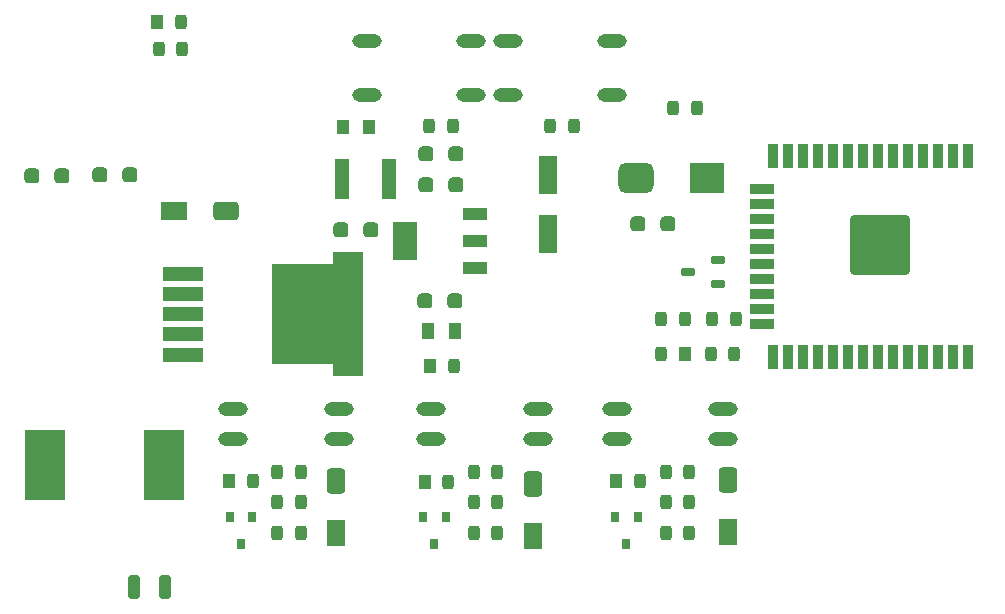
<source format=gtp>
G04*
G04 #@! TF.GenerationSoftware,Altium Limited,Altium Designer,21.2.1 (34)*
G04*
G04 Layer_Color=8421504*
%FSTAX24Y24*%
%MOIN*%
G70*
G04*
G04 #@! TF.SameCoordinates,A1A6E38C-14B6-47A5-B441-A3D0562B644C*
G04*
G04*
G04 #@! TF.FilePolarity,Positive*
G04*
G01*
G75*
G04:AMPARAMS|DCode=20|XSize=39.4mil|YSize=47.2mil|CornerRadius=9.8mil|HoleSize=0mil|Usage=FLASHONLY|Rotation=180.000|XOffset=0mil|YOffset=0mil|HoleType=Round|Shape=RoundedRectangle|*
%AMROUNDEDRECTD20*
21,1,0.0394,0.0276,0,0,180.0*
21,1,0.0197,0.0472,0,0,180.0*
1,1,0.0197,-0.0098,0.0138*
1,1,0.0197,0.0098,0.0138*
1,1,0.0197,0.0098,-0.0138*
1,1,0.0197,-0.0098,-0.0138*
%
%ADD20ROUNDEDRECTD20*%
G04:AMPARAMS|DCode=21|XSize=27.6mil|YSize=47.2mil|CornerRadius=6.9mil|HoleSize=0mil|Usage=FLASHONLY|Rotation=270.000|XOffset=0mil|YOffset=0mil|HoleType=Round|Shape=RoundedRectangle|*
%AMROUNDEDRECTD21*
21,1,0.0276,0.0335,0,0,270.0*
21,1,0.0138,0.0472,0,0,270.0*
1,1,0.0138,-0.0167,-0.0069*
1,1,0.0138,-0.0167,0.0069*
1,1,0.0138,0.0167,0.0069*
1,1,0.0138,0.0167,-0.0069*
%
%ADD21ROUNDEDRECTD21*%
%ADD22R,0.0394X0.0472*%
G04:AMPARAMS|DCode=23|XSize=78.7mil|YSize=35.4mil|CornerRadius=1.8mil|HoleSize=0mil|Usage=FLASHONLY|Rotation=270.000|XOffset=0mil|YOffset=0mil|HoleType=Round|Shape=RoundedRectangle|*
%AMROUNDEDRECTD23*
21,1,0.0787,0.0319,0,0,270.0*
21,1,0.0752,0.0354,0,0,270.0*
1,1,0.0035,-0.0159,-0.0376*
1,1,0.0035,-0.0159,0.0376*
1,1,0.0035,0.0159,0.0376*
1,1,0.0035,0.0159,-0.0376*
%
%ADD23ROUNDEDRECTD23*%
G04:AMPARAMS|DCode=24|XSize=78.7mil|YSize=35.4mil|CornerRadius=1.8mil|HoleSize=0mil|Usage=FLASHONLY|Rotation=180.000|XOffset=0mil|YOffset=0mil|HoleType=Round|Shape=RoundedRectangle|*
%AMROUNDEDRECTD24*
21,1,0.0787,0.0319,0,0,180.0*
21,1,0.0752,0.0354,0,0,180.0*
1,1,0.0035,-0.0376,0.0159*
1,1,0.0035,0.0376,0.0159*
1,1,0.0035,0.0376,-0.0159*
1,1,0.0035,-0.0376,-0.0159*
%
%ADD24ROUNDEDRECTD24*%
G04:AMPARAMS|DCode=25|XSize=196.9mil|YSize=196.9mil|CornerRadius=9.8mil|HoleSize=0mil|Usage=FLASHONLY|Rotation=90.000|XOffset=0mil|YOffset=0mil|HoleType=Round|Shape=RoundedRectangle|*
%AMROUNDEDRECTD25*
21,1,0.1969,0.1772,0,0,90.0*
21,1,0.1772,0.1969,0,0,90.0*
1,1,0.0197,0.0886,0.0886*
1,1,0.0197,0.0886,-0.0886*
1,1,0.0197,-0.0886,-0.0886*
1,1,0.0197,-0.0886,0.0886*
%
%ADD25ROUNDEDRECTD25*%
%ADD26R,0.0630X0.1260*%
%ADD27O,0.0984X0.0472*%
G04:AMPARAMS|DCode=28|XSize=50mil|YSize=50mil|CornerRadius=12.5mil|HoleSize=0mil|Usage=FLASHONLY|Rotation=0.000|XOffset=0mil|YOffset=0mil|HoleType=Round|Shape=RoundedRectangle|*
%AMROUNDEDRECTD28*
21,1,0.0500,0.0250,0,0,0.0*
21,1,0.0250,0.0500,0,0,0.0*
1,1,0.0250,0.0125,-0.0125*
1,1,0.0250,-0.0125,-0.0125*
1,1,0.0250,-0.0125,0.0125*
1,1,0.0250,0.0125,0.0125*
%
%ADD28ROUNDEDRECTD28*%
G04:AMPARAMS|DCode=29|XSize=102.4mil|YSize=118.1mil|CornerRadius=25.6mil|HoleSize=0mil|Usage=FLASHONLY|Rotation=90.000|XOffset=0mil|YOffset=0mil|HoleType=Round|Shape=RoundedRectangle|*
%AMROUNDEDRECTD29*
21,1,0.1024,0.0669,0,0,90.0*
21,1,0.0512,0.1181,0,0,90.0*
1,1,0.0512,0.0335,0.0256*
1,1,0.0512,0.0335,-0.0256*
1,1,0.0512,-0.0335,-0.0256*
1,1,0.0512,-0.0335,0.0256*
%
%ADD29ROUNDEDRECTD29*%
%ADD30R,0.1181X0.1024*%
%ADD31O,0.0984X0.0472*%
%ADD32R,0.0394X0.0550*%
%ADD33R,0.0787X0.1299*%
%ADD34R,0.0787X0.0394*%
G04:AMPARAMS|DCode=35|XSize=39.4mil|YSize=78.7mil|CornerRadius=9.8mil|HoleSize=0mil|Usage=FLASHONLY|Rotation=0.000|XOffset=0mil|YOffset=0mil|HoleType=Round|Shape=RoundedRectangle|*
%AMROUNDEDRECTD35*
21,1,0.0394,0.0591,0,0,0.0*
21,1,0.0197,0.0787,0,0,0.0*
1,1,0.0197,0.0098,-0.0295*
1,1,0.0197,-0.0098,-0.0295*
1,1,0.0197,-0.0098,0.0295*
1,1,0.0197,0.0098,0.0295*
%
%ADD35ROUNDEDRECTD35*%
%ADD36R,0.0394X0.0512*%
%ADD37R,0.0512X0.1339*%
%ADD38R,0.2559X0.3346*%
%ADD39R,0.0984X0.4134*%
%ADD40R,0.1378X0.0472*%
%ADD41R,0.1378X0.2362*%
%ADD42R,0.0276X0.0354*%
%ADD43R,0.0630X0.0866*%
G04:AMPARAMS|DCode=44|XSize=63mil|YSize=86.6mil|CornerRadius=15.7mil|HoleSize=0mil|Usage=FLASHONLY|Rotation=180.000|XOffset=0mil|YOffset=0mil|HoleType=Round|Shape=RoundedRectangle|*
%AMROUNDEDRECTD44*
21,1,0.0630,0.0551,0,0,180.0*
21,1,0.0315,0.0866,0,0,180.0*
1,1,0.0315,-0.0157,0.0276*
1,1,0.0315,0.0157,0.0276*
1,1,0.0315,0.0157,-0.0276*
1,1,0.0315,-0.0157,-0.0276*
%
%ADD44ROUNDEDRECTD44*%
G04:AMPARAMS|DCode=45|XSize=63mil|YSize=86.6mil|CornerRadius=15.7mil|HoleSize=0mil|Usage=FLASHONLY|Rotation=90.000|XOffset=0mil|YOffset=0mil|HoleType=Round|Shape=RoundedRectangle|*
%AMROUNDEDRECTD45*
21,1,0.0630,0.0551,0,0,90.0*
21,1,0.0315,0.0866,0,0,90.0*
1,1,0.0315,0.0276,0.0157*
1,1,0.0315,0.0276,-0.0157*
1,1,0.0315,-0.0276,-0.0157*
1,1,0.0315,-0.0276,0.0157*
%
%ADD45ROUNDEDRECTD45*%
%ADD46R,0.0866X0.0630*%
D20*
X032966Y040669D02*
D03*
X033754D02*
D03*
X033349Y033639D02*
D03*
X032561D02*
D03*
X034261D02*
D03*
X035049D02*
D03*
X032561Y032482D02*
D03*
X034999D02*
D03*
X034211D02*
D03*
X029644Y040089D02*
D03*
X028856D02*
D03*
X024831D02*
D03*
X025619D02*
D03*
X025644Y032083D02*
D03*
X026306Y0265D02*
D03*
X027094D02*
D03*
X026306Y02855D02*
D03*
X027094D02*
D03*
X026306Y027525D02*
D03*
X027094D02*
D03*
X025472Y028192D02*
D03*
X019756Y02855D02*
D03*
X020544D02*
D03*
X019756Y027525D02*
D03*
X020544D02*
D03*
X016544Y04355D02*
D03*
X032706Y0265D02*
D03*
X033494D02*
D03*
X032706Y02855D02*
D03*
X033494D02*
D03*
X018944Y02825D02*
D03*
X031844D02*
D03*
X016594Y04265D02*
D03*
X015806D02*
D03*
X033494Y027525D02*
D03*
X032706D02*
D03*
X020544Y0265D02*
D03*
X019756D02*
D03*
D21*
X033443Y0352D02*
D03*
X034467Y035593D02*
D03*
Y034806D02*
D03*
D22*
X033349Y032482D02*
D03*
X024856Y032083D02*
D03*
X024685Y028192D02*
D03*
X015756Y04355D02*
D03*
X018156Y02825D02*
D03*
X031056D02*
D03*
D23*
X042805Y032372D02*
D03*
X042305D02*
D03*
X041805D02*
D03*
X041305D02*
D03*
X040805D02*
D03*
X040305D02*
D03*
X039805D02*
D03*
X039305D02*
D03*
X038805D02*
D03*
X038305D02*
D03*
X037805D02*
D03*
X037305D02*
D03*
X036805D02*
D03*
X036305D02*
D03*
Y039065D02*
D03*
X036805D02*
D03*
X037305D02*
D03*
X037805D02*
D03*
X038305D02*
D03*
X038805D02*
D03*
X039305D02*
D03*
X039805D02*
D03*
X040305D02*
D03*
X040805D02*
D03*
X041305D02*
D03*
X041805D02*
D03*
X042305D02*
D03*
X042805D02*
D03*
D24*
X035911Y033469D02*
D03*
Y033969D02*
D03*
Y034469D02*
D03*
Y034969D02*
D03*
Y035469D02*
D03*
Y035969D02*
D03*
Y036469D02*
D03*
Y036969D02*
D03*
Y037469D02*
D03*
Y037969D02*
D03*
D25*
X039852Y036112D02*
D03*
D26*
X0288Y036466D02*
D03*
Y038434D02*
D03*
D27*
X034622Y02965D02*
D03*
Y03065D02*
D03*
X031078Y02965D02*
D03*
Y03065D02*
D03*
X028446Y02965D02*
D03*
Y03065D02*
D03*
X024902Y02965D02*
D03*
Y03065D02*
D03*
X021822Y02965D02*
D03*
Y03065D02*
D03*
X018278Y02965D02*
D03*
Y03065D02*
D03*
D28*
X025725Y039126D02*
D03*
X024725D02*
D03*
X0328Y0368D02*
D03*
X0318D02*
D03*
X0257Y03425D02*
D03*
X0247D02*
D03*
X025725Y038098D02*
D03*
X024725D02*
D03*
X0219Y0366D02*
D03*
X0229D02*
D03*
X01485Y03845D02*
D03*
X01385D02*
D03*
X0116Y0384D02*
D03*
X0126D02*
D03*
D29*
X031719Y03835D02*
D03*
D30*
X034081D02*
D03*
D31*
X022768Y042906D02*
D03*
Y041094D02*
D03*
X026232Y042906D02*
D03*
Y041094D02*
D03*
X027468Y042906D02*
D03*
Y041094D02*
D03*
X030932Y042906D02*
D03*
Y041094D02*
D03*
D32*
X0248Y03325D02*
D03*
X0257D02*
D03*
D33*
X024037Y03625D02*
D03*
D34*
X02636Y037156D02*
D03*
Y03625D02*
D03*
Y035344D02*
D03*
D35*
X016012Y0247D02*
D03*
X014988D02*
D03*
D36*
X022833Y04005D02*
D03*
X021967D02*
D03*
D37*
X023487Y0383D02*
D03*
X021913D02*
D03*
D38*
X020855Y033795D02*
D03*
D39*
X022134D02*
D03*
D40*
X016612Y032456D02*
D03*
Y033125D02*
D03*
Y033795D02*
D03*
Y034464D02*
D03*
Y035133D02*
D03*
D41*
X012036Y02876D02*
D03*
X015973D02*
D03*
D42*
X018176Y027053D02*
D03*
X018924D02*
D03*
X01855Y026147D02*
D03*
X031026Y027053D02*
D03*
X031774D02*
D03*
X0314Y026147D02*
D03*
X024626Y027053D02*
D03*
X025374D02*
D03*
X025Y026147D02*
D03*
D43*
X021724Y026519D02*
D03*
X028295Y026415D02*
D03*
X0348Y026534D02*
D03*
D44*
X021724Y028251D02*
D03*
X028295Y028147D02*
D03*
X0348Y028266D02*
D03*
D45*
X018066Y03725D02*
D03*
D46*
X016334D02*
D03*
M02*

</source>
